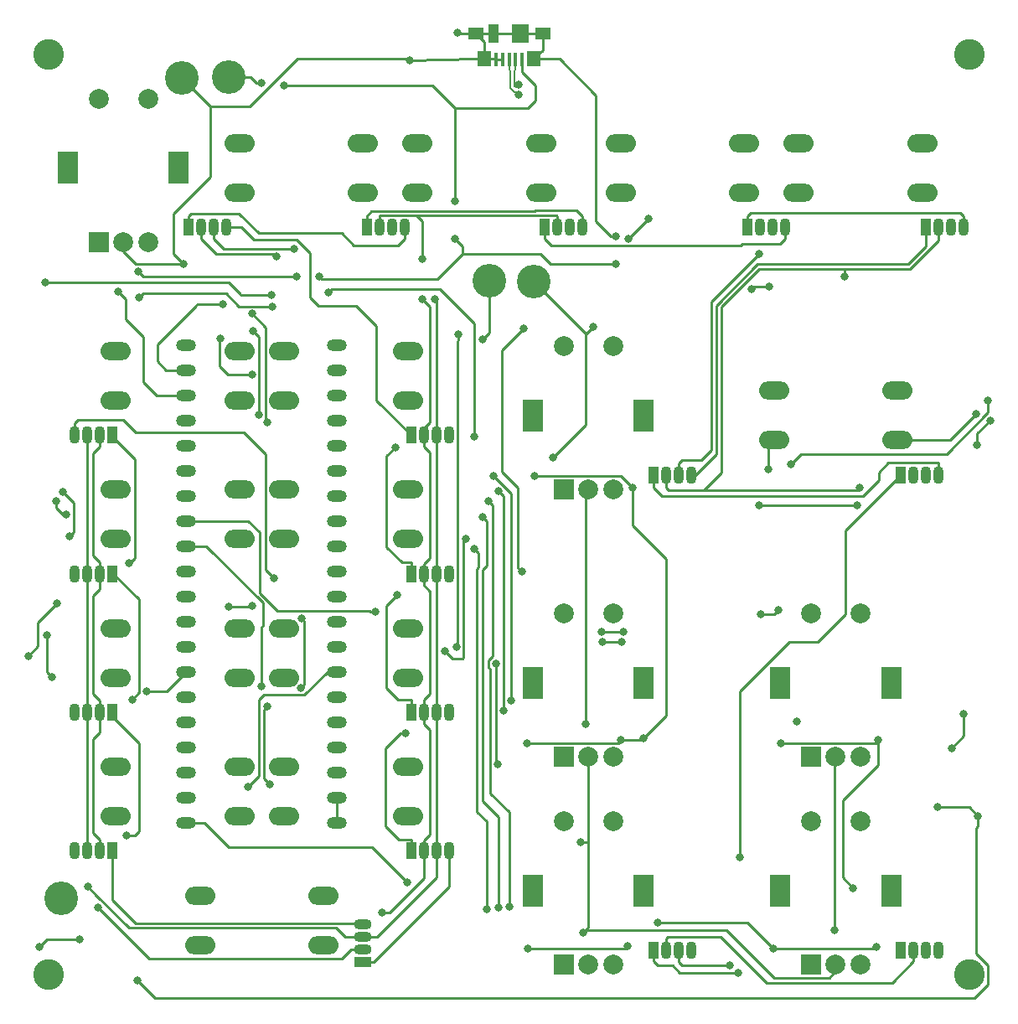
<source format=gbr>
G04 #@! TF.GenerationSoftware,KiCad,Pcbnew,(5.1.6)-1*
G04 #@! TF.CreationDate,2021-01-19T20:21:15+00:00*
G04 #@! TF.ProjectId,scope_user_interface,73636f70-655f-4757-9365-725f696e7465,rev?*
G04 #@! TF.SameCoordinates,Original*
G04 #@! TF.FileFunction,Copper,L1,Top*
G04 #@! TF.FilePolarity,Positive*
%FSLAX46Y46*%
G04 Gerber Fmt 4.6, Leading zero omitted, Abs format (unit mm)*
G04 Created by KiCad (PCBNEW (5.1.6)-1) date 2021-01-19 20:21:15*
%MOMM*%
%LPD*%
G01*
G04 APERTURE LIST*
G04 #@! TA.AperFunction,ComponentPad*
%ADD10C,3.400000*%
G04 #@! TD*
G04 #@! TA.AperFunction,SMDPad,CuDef*
%ADD11R,1.000000X1.900000*%
G04 #@! TD*
G04 #@! TA.AperFunction,SMDPad,CuDef*
%ADD12R,1.800000X1.900000*%
G04 #@! TD*
G04 #@! TA.AperFunction,SMDPad,CuDef*
%ADD13R,1.650000X1.300000*%
G04 #@! TD*
G04 #@! TA.AperFunction,SMDPad,CuDef*
%ADD14R,1.425000X1.550000*%
G04 #@! TD*
G04 #@! TA.AperFunction,SMDPad,CuDef*
%ADD15R,0.450000X1.380000*%
G04 #@! TD*
G04 #@! TA.AperFunction,ComponentPad*
%ADD16O,2.000000X1.200000*%
G04 #@! TD*
G04 #@! TA.AperFunction,ComponentPad*
%ADD17R,2.000000X2.000000*%
G04 #@! TD*
G04 #@! TA.AperFunction,ComponentPad*
%ADD18C,2.000000*%
G04 #@! TD*
G04 #@! TA.AperFunction,ComponentPad*
%ADD19R,2.000000X3.200000*%
G04 #@! TD*
G04 #@! TA.AperFunction,ComponentPad*
%ADD20O,3.048000X1.850000*%
G04 #@! TD*
G04 #@! TA.AperFunction,ComponentPad*
%ADD21O,1.070000X1.800000*%
G04 #@! TD*
G04 #@! TA.AperFunction,ComponentPad*
%ADD22R,1.070000X1.800000*%
G04 #@! TD*
G04 #@! TA.AperFunction,ComponentPad*
%ADD23O,1.800000X1.070000*%
G04 #@! TD*
G04 #@! TA.AperFunction,ComponentPad*
%ADD24R,1.800000X1.070000*%
G04 #@! TD*
G04 #@! TA.AperFunction,ViaPad*
%ADD25C,3.100000*%
G04 #@! TD*
G04 #@! TA.AperFunction,ViaPad*
%ADD26C,0.800000*%
G04 #@! TD*
G04 #@! TA.AperFunction,Conductor*
%ADD27C,0.250000*%
G04 #@! TD*
G04 #@! TA.AperFunction,Conductor*
%ADD28C,0.200000*%
G04 #@! TD*
G04 APERTURE END LIST*
D10*
X148000000Y-76400000D03*
D11*
X148450000Y-51400000D03*
D12*
X151150000Y-51400000D03*
D13*
X146625000Y-51400000D03*
X153375000Y-51400000D03*
D14*
X147512500Y-53975000D03*
X152487500Y-53975000D03*
D15*
X148700000Y-54060000D03*
X149350000Y-54060000D03*
X150000000Y-54060000D03*
X150650000Y-54060000D03*
X151300000Y-54060000D03*
D10*
X116900000Y-55900000D03*
X152500000Y-76500000D03*
X121700000Y-55800000D03*
X104700000Y-138800000D03*
D16*
X117380000Y-82870000D03*
X132620000Y-82870000D03*
X117380000Y-85410000D03*
X132620000Y-85410000D03*
X117380000Y-87950000D03*
X132620000Y-87950000D03*
X117380000Y-90490000D03*
X132620000Y-90490000D03*
X117380000Y-93030000D03*
X132620000Y-93030000D03*
X117380000Y-95570000D03*
X132620000Y-95570000D03*
X117380000Y-98110000D03*
X132620000Y-98110000D03*
X117380000Y-100650000D03*
X132620000Y-100650000D03*
X117380000Y-103190000D03*
X132620000Y-103190000D03*
X117380000Y-105730000D03*
X132620000Y-105730000D03*
X117380000Y-108270000D03*
X132620000Y-108270000D03*
X117380000Y-110810000D03*
X132620000Y-110810000D03*
X117380000Y-113350000D03*
X132620000Y-113350000D03*
X117380000Y-115890000D03*
X132620000Y-115890000D03*
X117380000Y-118430000D03*
X132620000Y-118430000D03*
X117380000Y-120970000D03*
X132620000Y-120970000D03*
X117380000Y-123510000D03*
X132620000Y-123510000D03*
X117380000Y-126050000D03*
X132620000Y-126050000D03*
X117380000Y-128590000D03*
X132620000Y-128590000D03*
X117380000Y-131130000D03*
X132620000Y-131130000D03*
D17*
X108500000Y-72500000D03*
D18*
X111000000Y-72500000D03*
X113500000Y-72500000D03*
D19*
X105400000Y-65000000D03*
X116600000Y-65000000D03*
D18*
X108500000Y-58000000D03*
X113500000Y-58000000D03*
D20*
X110250000Y-88500000D03*
X110250000Y-83500000D03*
X122750000Y-88500000D03*
X122750000Y-83500000D03*
X122750000Y-97500000D03*
X122750000Y-102500000D03*
X110250000Y-97500000D03*
X110250000Y-102500000D03*
D21*
X168410000Y-144000000D03*
X167140000Y-144000000D03*
X165870000Y-144000000D03*
D22*
X164600000Y-144000000D03*
D21*
X195910000Y-71000000D03*
X194640000Y-71000000D03*
X193370000Y-71000000D03*
D22*
X192100000Y-71000000D03*
D21*
X168410000Y-96000000D03*
X167140000Y-96000000D03*
X165870000Y-96000000D03*
D22*
X164600000Y-96000000D03*
D21*
X193410000Y-144000000D03*
X192140000Y-144000000D03*
X190870000Y-144000000D03*
D22*
X189600000Y-144000000D03*
D21*
X177910000Y-71000000D03*
X176640000Y-71000000D03*
X175370000Y-71000000D03*
D22*
X174100000Y-71000000D03*
D21*
X121410000Y-71000000D03*
X120140000Y-71000000D03*
X118870000Y-71000000D03*
D22*
X117600000Y-71000000D03*
D21*
X139410000Y-71000000D03*
X138140000Y-71000000D03*
X136870000Y-71000000D03*
D22*
X135600000Y-71000000D03*
D21*
X143910000Y-92000000D03*
X142640000Y-92000000D03*
X141370000Y-92000000D03*
D22*
X140100000Y-92000000D03*
D21*
X143910000Y-106000000D03*
X142640000Y-106000000D03*
X141370000Y-106000000D03*
D22*
X140100000Y-106000000D03*
D21*
X157410000Y-71000000D03*
X156140000Y-71000000D03*
X154870000Y-71000000D03*
D22*
X153600000Y-71000000D03*
D21*
X193410000Y-96000000D03*
X192140000Y-96000000D03*
X190870000Y-96000000D03*
D22*
X189600000Y-96000000D03*
D21*
X143910000Y-120000000D03*
X142640000Y-120000000D03*
X141370000Y-120000000D03*
D22*
X140100000Y-120000000D03*
D21*
X143910000Y-134000000D03*
X142640000Y-134000000D03*
X141370000Y-134000000D03*
D22*
X140100000Y-134000000D03*
D23*
X135200000Y-141390000D03*
X135200000Y-142660000D03*
X135200000Y-143930000D03*
D24*
X135200000Y-145200000D03*
D21*
X106090000Y-134000000D03*
X107360000Y-134000000D03*
X108630000Y-134000000D03*
D22*
X109900000Y-134000000D03*
D21*
X106090000Y-120000000D03*
X107360000Y-120000000D03*
X108630000Y-120000000D03*
D22*
X109900000Y-120000000D03*
D21*
X106090000Y-106000000D03*
X107360000Y-106000000D03*
X108630000Y-106000000D03*
D22*
X109900000Y-106000000D03*
D21*
X106090000Y-92000000D03*
X107360000Y-92000000D03*
X108630000Y-92000000D03*
D22*
X109900000Y-92000000D03*
D20*
X127250000Y-88500000D03*
X127250000Y-83500000D03*
X139750000Y-88500000D03*
X139750000Y-83500000D03*
D17*
X155500000Y-97500000D03*
D18*
X158000000Y-97500000D03*
X160500000Y-97500000D03*
D19*
X152400000Y-90000000D03*
X163600000Y-90000000D03*
D18*
X155500000Y-83000000D03*
X160500000Y-83000000D03*
D17*
X180500000Y-145500000D03*
D18*
X183000000Y-145500000D03*
X185500000Y-145500000D03*
D19*
X177400000Y-138000000D03*
X188600000Y-138000000D03*
D18*
X180500000Y-131000000D03*
X185500000Y-131000000D03*
D20*
X179250000Y-67500000D03*
X179250000Y-62500000D03*
X191750000Y-67500000D03*
X191750000Y-62500000D03*
X139750000Y-125500000D03*
X139750000Y-130500000D03*
X127250000Y-125500000D03*
X127250000Y-130500000D03*
X122750000Y-125500000D03*
X122750000Y-130500000D03*
X110250000Y-125500000D03*
X110250000Y-130500000D03*
X131250000Y-138500000D03*
X131250000Y-143500000D03*
X118750000Y-138500000D03*
X118750000Y-143500000D03*
X110250000Y-116500000D03*
X110250000Y-111500000D03*
X122750000Y-116500000D03*
X122750000Y-111500000D03*
X161250000Y-67500000D03*
X161250000Y-62500000D03*
X173750000Y-67500000D03*
X173750000Y-62500000D03*
X140750000Y-67500000D03*
X140750000Y-62500000D03*
X153250000Y-67500000D03*
X153250000Y-62500000D03*
D17*
X155500000Y-124500000D03*
D18*
X158000000Y-124500000D03*
X160500000Y-124500000D03*
D19*
X152400000Y-117000000D03*
X163600000Y-117000000D03*
D18*
X155500000Y-110000000D03*
X160500000Y-110000000D03*
D20*
X122750000Y-67500000D03*
X122750000Y-62500000D03*
X135250000Y-67500000D03*
X135250000Y-62500000D03*
D17*
X180500000Y-124500000D03*
D18*
X183000000Y-124500000D03*
X185500000Y-124500000D03*
D19*
X177400000Y-117000000D03*
X188600000Y-117000000D03*
D18*
X180500000Y-110000000D03*
X185500000Y-110000000D03*
D20*
X139750000Y-97500000D03*
X139750000Y-102500000D03*
X127250000Y-97500000D03*
X127250000Y-102500000D03*
D17*
X155500000Y-145500000D03*
D18*
X158000000Y-145500000D03*
X160500000Y-145500000D03*
D19*
X152400000Y-138000000D03*
X163600000Y-138000000D03*
D18*
X155500000Y-131000000D03*
X160500000Y-131000000D03*
D20*
X176750000Y-92500000D03*
X176750000Y-87500000D03*
X189250000Y-92500000D03*
X189250000Y-87500000D03*
X127250000Y-116500000D03*
X127250000Y-111500000D03*
X139750000Y-116500000D03*
X139750000Y-111500000D03*
D25*
X103500000Y-53500000D03*
X196500000Y-146500000D03*
X103500000Y-146500000D03*
X196500000Y-53500000D03*
D26*
X157480000Y-142240000D03*
X154432000Y-94234000D03*
X117094000Y-74676000D03*
X158496000Y-81026000D03*
X157226000Y-133096000D03*
X144780000Y-51308000D03*
X157734000Y-121158000D03*
X121100000Y-78800000D03*
X179070000Y-120904000D03*
X160782000Y-71882000D03*
X139954000Y-54102000D03*
X182880000Y-141986000D03*
X148924680Y-97675320D03*
X149425010Y-119800000D03*
X147300000Y-100300000D03*
X148900000Y-139700000D03*
X139700000Y-137160000D03*
X150200000Y-118800000D03*
X148395198Y-96120518D03*
X147900000Y-98700000D03*
X150000000Y-139600000D03*
X146500000Y-103500000D03*
X147700000Y-139900000D03*
X129032000Y-110490000D03*
X124100623Y-81474990D03*
X128975322Y-117528118D03*
X124675980Y-89900000D03*
X125600000Y-90700000D03*
X124000000Y-79725010D03*
X113400000Y-117900000D03*
X125600000Y-119400000D03*
X104900000Y-97700000D03*
X105600000Y-102200000D03*
X125800000Y-127300000D03*
X125000000Y-117400000D03*
X161500000Y-111900000D03*
X178500000Y-94900000D03*
X177200000Y-109700000D03*
X136500000Y-109800000D03*
X159300000Y-111900000D03*
X198400000Y-88500000D03*
X175400000Y-110100000D03*
X121700000Y-109300000D03*
X145600000Y-102500000D03*
X124000000Y-109200000D03*
X164084000Y-70104000D03*
X151500000Y-81200000D03*
X162052000Y-72136000D03*
X151300000Y-105800000D03*
X143500000Y-113800000D03*
X148850000Y-125250000D03*
X148700000Y-115100000D03*
X144900002Y-81800002D03*
X123600000Y-127500000D03*
X144674990Y-113410133D03*
X193300000Y-129600000D03*
X106600000Y-142900000D03*
X102500000Y-143700000D03*
X101400000Y-114300000D03*
X104300000Y-109000000D03*
X112400000Y-147100000D03*
X197374990Y-130500000D03*
X198612660Y-90512660D03*
X197300000Y-93000000D03*
X110490000Y-77470000D03*
X130810000Y-75946000D03*
X112522000Y-75438000D03*
X160782000Y-74676000D03*
X144526000Y-72136000D03*
X128524000Y-75946000D03*
X144526000Y-68326000D03*
X127254000Y-56642000D03*
X176276000Y-76962000D03*
X124968000Y-56388000D03*
X174498000Y-77216000D03*
X126000000Y-77800000D03*
X104200000Y-98700000D03*
X146500000Y-92100000D03*
X195900000Y-120200000D03*
X194700000Y-123600000D03*
X105200000Y-100000000D03*
X103100000Y-76600000D03*
X131700000Y-77600000D03*
X177500000Y-123100000D03*
X161300000Y-122800000D03*
X165013674Y-141260990D03*
X147300000Y-82300000D03*
X162000000Y-143600000D03*
X162500000Y-97300000D03*
X187300000Y-122800000D03*
X163600000Y-122600000D03*
X151800000Y-123100000D03*
X176700000Y-143900000D03*
X184737500Y-137737500D03*
X120800000Y-82200000D03*
X152600000Y-96100000D03*
X151900000Y-143900000D03*
X187100000Y-143700000D03*
X124000000Y-85900000D03*
X126100000Y-79000000D03*
X112600000Y-78100000D03*
X103789684Y-116425010D03*
X103300000Y-112200000D03*
X176200000Y-95400000D03*
X159410432Y-112893896D03*
X197213968Y-89860712D03*
X161389568Y-112893896D03*
X126238000Y-106426000D03*
X111600000Y-104900000D03*
X111900000Y-118700000D03*
X111300000Y-132400000D03*
X139500000Y-122100000D03*
X138700000Y-108100000D03*
X138500000Y-93200000D03*
X173300000Y-134600000D03*
X173108169Y-146325010D03*
X151000000Y-57625000D03*
X151000000Y-56575000D03*
X172300000Y-145600000D03*
X107400000Y-137600000D03*
X175260000Y-73660000D03*
X142494000Y-78232000D03*
X185166000Y-99060000D03*
X175260000Y-99060000D03*
X128270000Y-73152000D03*
X141224000Y-74168000D03*
X185420000Y-97282000D03*
X141224000Y-78232000D03*
X183896000Y-75946000D03*
X126492000Y-73914000D03*
X137160000Y-140208000D03*
X108458000Y-139700000D03*
D27*
X116078000Y-69596000D02*
X116078000Y-73660000D01*
X139954000Y-54102000D02*
X146550000Y-53975000D01*
X158000000Y-141720000D02*
X158000000Y-133084000D01*
X160274000Y-71882000D02*
X160782000Y-71882000D01*
X157226000Y-133096000D02*
X157988000Y-133096000D01*
X144872000Y-51400000D02*
X144780000Y-51308000D01*
X157988000Y-133096000D02*
X158000000Y-133084000D01*
X155067000Y-53975000D02*
X158750000Y-57658000D01*
X152487500Y-53975000D02*
X155067000Y-53975000D01*
X139827000Y-53975000D02*
X139954000Y-54102000D01*
X158000000Y-133084000D02*
X158000000Y-124500000D01*
X116078000Y-73660000D02*
X117094000Y-74676000D01*
X158750000Y-70358000D02*
X160274000Y-71882000D01*
X146625000Y-51400000D02*
X144872000Y-51400000D01*
X158750000Y-57658000D02*
X158750000Y-70358000D01*
X132620000Y-131130000D02*
X132620000Y-128590000D01*
X128625000Y-53975000D02*
X139827000Y-53975000D01*
X157734000Y-90932000D02*
X157734000Y-81734000D01*
X119800000Y-65874000D02*
X116078000Y-69596000D01*
X116900000Y-55900000D02*
X119800000Y-58800000D01*
X112268000Y-74676000D02*
X111000000Y-73408000D01*
X158496000Y-81026000D02*
X157788000Y-81734000D01*
X183000000Y-145500000D02*
X183000000Y-146184000D01*
X157734000Y-97766000D02*
X158000000Y-97500000D01*
X178308000Y-146812000D02*
X176784000Y-146812000D01*
X182880000Y-124620000D02*
X183000000Y-124500000D01*
X183000000Y-146184000D02*
X182358999Y-146825001D01*
X157788000Y-81734000D02*
X157734000Y-81734000D01*
X182358999Y-146825001D02*
X178321001Y-146825001D01*
X119800000Y-58800000D02*
X119800000Y-65874000D01*
X119800000Y-58800000D02*
X123800000Y-58800000D01*
X146550000Y-53975000D02*
X147512500Y-53975000D01*
X117094000Y-74676000D02*
X112268000Y-74676000D01*
X182880000Y-141986000D02*
X182880000Y-124620000D01*
X153375000Y-53087500D02*
X152487500Y-53975000D01*
X147512500Y-52287500D02*
X146625000Y-51400000D01*
X151150000Y-51400000D02*
X153375000Y-51400000D01*
X171958000Y-141986000D02*
X157734000Y-141986000D01*
X123800000Y-58800000D02*
X128625000Y-53975000D01*
X157734000Y-81734000D02*
X152500000Y-76500000D01*
X157734000Y-141986000D02*
X157480000Y-142240000D01*
X153375000Y-51400000D02*
X153375000Y-53087500D01*
X176784000Y-146812000D02*
X171958000Y-141986000D01*
X178321001Y-146825001D02*
X178308000Y-146812000D01*
X157480000Y-142240000D02*
X158000000Y-141720000D01*
X147512500Y-53975000D02*
X147512500Y-52287500D01*
X154432000Y-94234000D02*
X157734000Y-90932000D01*
X111000000Y-73408000D02*
X111000000Y-72500000D01*
X157734000Y-121158000D02*
X157734000Y-97766000D01*
X148450000Y-51400000D02*
X151150000Y-51400000D01*
X146625000Y-51400000D02*
X148450000Y-51400000D01*
X147512500Y-53975000D02*
X148615000Y-53975000D01*
X148615000Y-53975000D02*
X148700000Y-54060000D01*
X149350000Y-54060000D02*
X148700000Y-54060000D01*
X115280000Y-85410000D02*
X114430000Y-84560000D01*
X117380000Y-85410000D02*
X115280000Y-85410000D01*
X114430000Y-84560000D02*
X114430000Y-82835685D01*
X114430000Y-82835685D02*
X118332842Y-78932842D01*
X121100000Y-78800000D02*
X118465684Y-78800000D01*
X118465684Y-78800000D02*
X118332842Y-78932842D01*
X149425010Y-98175650D02*
X149425010Y-119800000D01*
X148924680Y-97675320D02*
X149425010Y-98175650D01*
X147699999Y-100699999D02*
X147300000Y-100300000D01*
X147300000Y-105577824D02*
X147699999Y-105177825D01*
X148900000Y-139700000D02*
X148900000Y-130600000D01*
X147699999Y-105177825D02*
X147699999Y-100699999D01*
X147300000Y-129000000D02*
X147300000Y-105577824D01*
X148900000Y-130600000D02*
X147300000Y-129000000D01*
X117380000Y-131130000D02*
X119192000Y-131130000D01*
X119192000Y-131130000D02*
X121666000Y-133604000D01*
X121666000Y-133604000D02*
X136144000Y-133604000D01*
X136144000Y-133604000D02*
X139700000Y-137160000D01*
X150200000Y-118800000D02*
X150200000Y-97925320D01*
X150200000Y-97925320D02*
X148395198Y-96120518D01*
X148100000Y-115673002D02*
X147874999Y-115448001D01*
X147874999Y-115448001D02*
X147874999Y-114751999D01*
X148100000Y-128200000D02*
X148100000Y-115673002D01*
X150000000Y-130100000D02*
X148100000Y-128200000D01*
X148299999Y-99099999D02*
X147900000Y-98700000D01*
X148299999Y-114326999D02*
X148299999Y-99099999D01*
X150000000Y-139600000D02*
X150000000Y-130100000D01*
X147874999Y-114751999D02*
X148299999Y-114326999D01*
X146899999Y-103899999D02*
X146500000Y-103500000D01*
X146899999Y-105341414D02*
X146899999Y-103899999D01*
X146750011Y-130050011D02*
X146750011Y-115450011D01*
X147700000Y-139900000D02*
X147700000Y-131000000D01*
X146750011Y-115450011D02*
X146700000Y-115400000D01*
X146750011Y-115450011D02*
X146750011Y-105491402D01*
X146750011Y-105491402D02*
X146899999Y-105341414D01*
X147700000Y-131000000D02*
X146750011Y-130050011D01*
X124675980Y-89900000D02*
X124675980Y-86297022D01*
X128975322Y-117528118D02*
X129286000Y-117217440D01*
X124725001Y-82099368D02*
X124500622Y-81874989D01*
X124675980Y-86297022D02*
X124725001Y-86248001D01*
X129286000Y-110744000D02*
X129032000Y-110490000D01*
X124725001Y-86248001D02*
X124725001Y-82099368D01*
X129286000Y-117217440D02*
X129286000Y-110744000D01*
X124500622Y-81874989D02*
X124100623Y-81474990D01*
X125400990Y-90500990D02*
X125400990Y-81126000D01*
X125600000Y-90700000D02*
X125400990Y-90500990D01*
X125400990Y-81126000D02*
X124000000Y-79725010D01*
X113400000Y-117900000D02*
X115370000Y-117900000D01*
X115370000Y-117900000D02*
X117380000Y-115890000D01*
X125200000Y-119800000D02*
X125600000Y-119400000D01*
X125000000Y-111383219D02*
X125100000Y-111283219D01*
X125000000Y-117400000D02*
X125000000Y-111383219D01*
X125800000Y-127300000D02*
X125200000Y-126700000D01*
X119390000Y-103190000D02*
X117380000Y-103190000D01*
X125100000Y-111283219D02*
X125100000Y-108900000D01*
X125200000Y-126700000D02*
X125200000Y-119800000D01*
X125100000Y-108900000D02*
X119390000Y-103190000D01*
X105999999Y-101800001D02*
X105999999Y-98799999D01*
X105999999Y-98799999D02*
X104900000Y-97700000D01*
X105600000Y-102200000D02*
X105999999Y-101800001D01*
X126601409Y-109764999D02*
X135899314Y-109764999D01*
X117380000Y-100650000D02*
X123650000Y-100650000D01*
X135934315Y-109800000D02*
X136500000Y-109800000D01*
X124800000Y-107963590D02*
X126601409Y-109764999D01*
X123650000Y-100650000D02*
X124800000Y-101800000D01*
X135899314Y-109764999D02*
X135934315Y-109800000D01*
X124800000Y-101800000D02*
X124800000Y-107963590D01*
X175400000Y-110100000D02*
X176800000Y-110100000D01*
X159300000Y-111900000D02*
X161500000Y-111900000D01*
X178500000Y-94900000D02*
X179500000Y-93900000D01*
X194200000Y-93900000D02*
X198400000Y-89700000D01*
X176800000Y-110100000D02*
X177200000Y-109700000D01*
X179500000Y-93900000D02*
X194200000Y-93900000D01*
X198400000Y-89700000D02*
X198400000Y-88500000D01*
X145400000Y-102700000D02*
X145400000Y-114500000D01*
X151300000Y-105800000D02*
X150900000Y-105400000D01*
X149300000Y-83400000D02*
X151500000Y-81200000D01*
X144300000Y-114600000D02*
X143500000Y-113800000D01*
X145400000Y-114500000D02*
X145300000Y-114600000D01*
X162052000Y-72136000D02*
X164084000Y-70104000D01*
X145600000Y-102500000D02*
X145400000Y-102700000D01*
X123900000Y-109300000D02*
X124000000Y-109200000D01*
X150900000Y-97300000D02*
X149300000Y-95700000D01*
X145300000Y-114600000D02*
X144300000Y-114600000D01*
X150900000Y-105400000D02*
X150900000Y-97300000D01*
X149300000Y-95700000D02*
X149300000Y-83400000D01*
X121700000Y-109300000D02*
X123900000Y-109300000D01*
X129323323Y-118253119D02*
X128627321Y-118253119D01*
X124700000Y-126400000D02*
X123600000Y-127500000D01*
X132620000Y-115890000D02*
X131686442Y-115890000D01*
X128574202Y-118200000D02*
X125200000Y-118200000D01*
X128627321Y-118253119D02*
X128574202Y-118200000D01*
X124700000Y-118700000D02*
X124700000Y-126400000D01*
X144785988Y-82479701D02*
X144785988Y-113299135D01*
X144900002Y-81800002D02*
X144900002Y-82365687D01*
X125200000Y-118200000D02*
X124700000Y-118700000D01*
X148700000Y-115100000D02*
X148700000Y-125100000D01*
X144900002Y-82365687D02*
X144785988Y-82479701D01*
X144785988Y-113299135D02*
X144674990Y-113410133D01*
X148700000Y-125100000D02*
X148850000Y-125250000D01*
X131686442Y-115890000D02*
X129323323Y-118253119D01*
X198400000Y-147500000D02*
X197524999Y-148375001D01*
X193300000Y-129600000D02*
X196474990Y-129600000D01*
X102500000Y-143700000D02*
X103300000Y-142900000D01*
X102400000Y-110900000D02*
X102400000Y-113300000D01*
X104300000Y-109000000D02*
X102400000Y-110900000D01*
X102400000Y-113300000D02*
X101400000Y-114300000D01*
X197000000Y-148900000D02*
X114200000Y-148900000D01*
X114200000Y-148900000D02*
X112400000Y-147100000D01*
X103300000Y-142900000D02*
X106600000Y-142900000D01*
X197524999Y-148375001D02*
X197000000Y-148900000D01*
X197300000Y-91825320D02*
X198612660Y-90512660D01*
X197374990Y-131474990D02*
X197200000Y-131649980D01*
X197200000Y-131649980D02*
X197200000Y-144400000D01*
X197374990Y-130500000D02*
X197374990Y-131474990D01*
X197300000Y-93000000D02*
X197300000Y-91825320D01*
X196474990Y-129600000D02*
X197374990Y-130500000D01*
X198400000Y-145600000D02*
X198400000Y-147500000D01*
X197200000Y-144400000D02*
X198400000Y-145600000D01*
X145288000Y-73660000D02*
X142748000Y-76200000D01*
X160782000Y-74676000D02*
X158496000Y-74676000D01*
X142240000Y-56642000D02*
X144526000Y-58928000D01*
X111252000Y-80264000D02*
X113030000Y-82042000D01*
X111252000Y-78232000D02*
X111252000Y-80264000D01*
X113030000Y-82042000D02*
X113030000Y-86614000D01*
X174752000Y-76962000D02*
X174498000Y-77216000D01*
X176276000Y-76962000D02*
X174752000Y-76962000D01*
X110490000Y-77470000D02*
X111252000Y-78232000D01*
X145288000Y-73660000D02*
X145288000Y-72898000D01*
X144526000Y-68072000D02*
X144526000Y-68326000D01*
X144526000Y-58928000D02*
X144526000Y-68072000D01*
X152654000Y-56642000D02*
X151300000Y-55288000D01*
X113030000Y-86614000D02*
X114366000Y-87950000D01*
X131064000Y-76200000D02*
X130810000Y-75946000D01*
X152654000Y-58166000D02*
X152654000Y-56642000D01*
X142748000Y-76200000D02*
X131064000Y-76200000D01*
X127254000Y-56642000D02*
X142240000Y-56642000D01*
X123872000Y-55800000D02*
X124460000Y-56388000D01*
X158496000Y-74676000D02*
X154178000Y-74676000D01*
X128524000Y-75946000D02*
X113284000Y-75946000D01*
X153162000Y-73660000D02*
X145288000Y-73660000D01*
X151300000Y-55288000D02*
X151300000Y-54060000D01*
X124460000Y-56388000D02*
X124968000Y-56388000D01*
X144526000Y-58928000D02*
X151892000Y-58928000D01*
X121700000Y-55800000D02*
X123872000Y-55800000D01*
X121700000Y-55800000D02*
X123016000Y-55800000D01*
X114366000Y-87950000D02*
X117380000Y-87950000D01*
X113030000Y-75946000D02*
X112522000Y-75438000D01*
X113284000Y-75946000D02*
X113030000Y-75946000D01*
X154178000Y-74676000D02*
X153162000Y-73660000D01*
X151892000Y-58928000D02*
X152654000Y-58166000D01*
X145288000Y-72898000D02*
X144526000Y-72136000D01*
X195900000Y-120200000D02*
X195900000Y-122400000D01*
X122873004Y-77800000D02*
X122873004Y-77773004D01*
X103100000Y-76600000D02*
X118392695Y-76600000D01*
X132099999Y-77200001D02*
X131700000Y-77600000D01*
X104900000Y-100000000D02*
X105200000Y-100000000D01*
X104200000Y-99300000D02*
X104900000Y-100000000D01*
X146500000Y-80700000D02*
X143000001Y-77200001D01*
X146500000Y-92100000D02*
X146500000Y-80700000D01*
X143000001Y-77200001D02*
X132099999Y-77200001D01*
X122873004Y-77773004D02*
X121700000Y-76600000D01*
X121700000Y-76600000D02*
X118392695Y-76600000D01*
X126000000Y-77800000D02*
X122873004Y-77800000D01*
X195900000Y-122400000D02*
X194700000Y-123600000D01*
X104200000Y-98700000D02*
X104200000Y-99300000D01*
X169327399Y-141260990D02*
X165013674Y-141260990D01*
X147300000Y-82300000D02*
X148000000Y-81600000D01*
X176700000Y-143900000D02*
X174060990Y-141260990D01*
X177500000Y-123100000D02*
X187000000Y-123100000D01*
X161000000Y-123100000D02*
X161300000Y-122800000D01*
X120700000Y-85000000D02*
X120700000Y-82300000D01*
X183700000Y-136700000D02*
X184737500Y-137737500D01*
X164900000Y-121300000D02*
X165900000Y-120300000D01*
X187300000Y-122800000D02*
X187300000Y-125300000D01*
X183700000Y-128900000D02*
X183700000Y-136700000D01*
X163400000Y-122800000D02*
X163600000Y-122600000D01*
X187300000Y-125300000D02*
X183700000Y-128900000D01*
X165900000Y-104500000D02*
X162500000Y-101100000D01*
X152600000Y-96100000D02*
X161300000Y-96100000D01*
X174060990Y-141260990D02*
X169327399Y-141260990D01*
X151800000Y-123100000D02*
X161000000Y-123100000D01*
X120700000Y-82300000D02*
X120800000Y-82200000D01*
X148000000Y-81600000D02*
X148000000Y-76400000D01*
X124000000Y-85900000D02*
X121600000Y-85900000D01*
X161300000Y-96100000D02*
X162500000Y-97300000D01*
X162500000Y-101100000D02*
X162500000Y-97300000D01*
X121600000Y-85900000D02*
X120700000Y-85000000D01*
X165900000Y-120300000D02*
X165900000Y-104500000D01*
X161300000Y-122800000D02*
X163400000Y-122800000D01*
X163600000Y-122600000D02*
X164900000Y-121300000D01*
X187000000Y-123100000D02*
X187300000Y-122800000D01*
X151900000Y-143900000D02*
X161700000Y-143900000D01*
X161700000Y-143900000D02*
X162000000Y-143600000D01*
X186900000Y-143900000D02*
X187100000Y-143700000D01*
X176700000Y-143900000D02*
X186900000Y-143900000D01*
X113000000Y-77700000D02*
X112600000Y-78100000D01*
X126100000Y-79000000D02*
X122700000Y-79000000D01*
X122700000Y-79000000D02*
X121400000Y-77700000D01*
X121400000Y-77700000D02*
X113000000Y-77700000D01*
X103300000Y-112200000D02*
X103300000Y-115935326D01*
X103300000Y-115935326D02*
X103789684Y-116425010D01*
X159410432Y-112893896D02*
X161389568Y-112893896D01*
X194574680Y-92500000D02*
X197213968Y-89860712D01*
X176200000Y-95400000D02*
X176200000Y-93050000D01*
X176200000Y-93050000D02*
X176750000Y-92500000D01*
X189250000Y-92500000D02*
X194574680Y-92500000D01*
X110998000Y-90424000D02*
X112268000Y-91694000D01*
X125400990Y-93904990D02*
X125400990Y-105588990D01*
X106090000Y-90760000D02*
X106426000Y-90424000D01*
X126238000Y-106426000D02*
X125400990Y-105588990D01*
X106090000Y-92000000D02*
X106090000Y-90760000D01*
X112268000Y-91694000D02*
X123190000Y-91694000D01*
X106426000Y-90424000D02*
X110998000Y-90424000D01*
X123190000Y-91694000D02*
X125400990Y-93904990D01*
X109900000Y-92100000D02*
X112200000Y-94400000D01*
X111700000Y-104900000D02*
X111600000Y-104900000D01*
X109900000Y-92000000D02*
X109900000Y-92100000D01*
X112200000Y-104400000D02*
X111700000Y-104900000D01*
X112200000Y-94400000D02*
X112200000Y-104400000D01*
X110000000Y-106000000D02*
X112600000Y-108600000D01*
X109900000Y-106000000D02*
X110000000Y-106000000D01*
X112600000Y-108600000D02*
X112600000Y-118000000D01*
X112600000Y-118000000D02*
X111900000Y-118700000D01*
X109900000Y-120000000D02*
X109900000Y-120400000D01*
X112600000Y-123100000D02*
X112600000Y-132000000D01*
X112600000Y-132000000D02*
X112200000Y-132400000D01*
X109900000Y-120400000D02*
X112600000Y-123100000D01*
X112200000Y-132400000D02*
X111300000Y-132400000D01*
X109900000Y-134000000D02*
X109900000Y-138950000D01*
X109900000Y-138950000D02*
X112249978Y-141299978D01*
X135109978Y-141299978D02*
X112249978Y-141299978D01*
X135200000Y-141390000D02*
X135109978Y-141299978D01*
X143910000Y-134000000D02*
X143910000Y-137640000D01*
X143910000Y-137640000D02*
X136350000Y-145200000D01*
X136350000Y-145200000D02*
X135200000Y-145200000D01*
X138850000Y-132850000D02*
X137500000Y-131500000D01*
X137500000Y-131500000D02*
X137500000Y-123600000D01*
X140100000Y-132850000D02*
X138850000Y-132850000D01*
X137500000Y-123600000D02*
X139000000Y-122100000D01*
X139000000Y-122100000D02*
X139500000Y-122100000D01*
X140100000Y-132850000D02*
X140100000Y-134000000D01*
X137600000Y-109200000D02*
X138700000Y-108100000D01*
X140100000Y-118700000D02*
X138800000Y-118700000D01*
X137600000Y-117500000D02*
X137600000Y-109200000D01*
X140100000Y-118700000D02*
X140100000Y-120000000D01*
X138800000Y-118700000D02*
X137600000Y-117500000D01*
X139150000Y-104850000D02*
X137600000Y-103300000D01*
X140100000Y-104850000D02*
X139150000Y-104850000D01*
X140100000Y-104850000D02*
X140100000Y-106000000D01*
X137600000Y-94100000D02*
X138500000Y-93200000D01*
X137600000Y-103300000D02*
X137600000Y-94100000D01*
X128526851Y-72226851D02*
X129900000Y-73600000D01*
X130700000Y-78900000D02*
X134500000Y-78900000D01*
X136600000Y-81000000D02*
X136600000Y-88500000D01*
X129900000Y-78100000D02*
X130700000Y-78900000D01*
X122946298Y-71000000D02*
X124173149Y-72226851D01*
X124173149Y-72226851D02*
X128526851Y-72226851D01*
X134500000Y-78900000D02*
X136600000Y-81000000D01*
X136600000Y-88500000D02*
X140100000Y-92000000D01*
X121410000Y-71000000D02*
X122946298Y-71000000D01*
X129900000Y-73600000D02*
X129900000Y-78100000D01*
X134300000Y-72800000D02*
X138760000Y-72800000D01*
X124700000Y-71600000D02*
X133100000Y-71600000D01*
X133100000Y-71600000D02*
X134300000Y-72800000D01*
X117600000Y-69850000D02*
X117850000Y-69600000D01*
X138760000Y-72800000D02*
X139410000Y-72150000D01*
X117600000Y-71000000D02*
X117600000Y-69850000D01*
X117850000Y-69600000D02*
X122700000Y-69600000D01*
X139410000Y-72150000D02*
X139410000Y-71000000D01*
X122700000Y-69600000D02*
X124700000Y-71600000D01*
X152538610Y-69324979D02*
X136125021Y-69324979D01*
X156809989Y-69249989D02*
X152613600Y-69249989D01*
X152613600Y-69249989D02*
X152538610Y-69324979D01*
X157410000Y-69850000D02*
X156809989Y-69249989D01*
X135600000Y-69850000D02*
X135600000Y-71000000D01*
X136125021Y-69324979D02*
X136050000Y-69400000D01*
X157410000Y-71000000D02*
X157410000Y-69850000D01*
X136050000Y-69400000D02*
X136100000Y-69400000D01*
X136050000Y-69400000D02*
X135600000Y-69850000D01*
X177910000Y-71000000D02*
X177910000Y-72150000D01*
X177910000Y-72150000D02*
X177385002Y-72674998D01*
X177385002Y-72674998D02*
X173551998Y-72674998D01*
X173551998Y-72674998D02*
X173426996Y-72800000D01*
X161642998Y-72800000D02*
X154250000Y-72800000D01*
X161703999Y-72861001D02*
X161642998Y-72800000D01*
X162400001Y-72861001D02*
X161703999Y-72861001D01*
X154250000Y-72800000D02*
X153600000Y-72150000D01*
X162461002Y-72800000D02*
X162400001Y-72861001D01*
X153600000Y-72150000D02*
X153600000Y-71000000D01*
X173426996Y-72800000D02*
X162461002Y-72800000D01*
X195910000Y-71000000D02*
X195910000Y-69850000D01*
X174100000Y-69850000D02*
X174100000Y-71000000D01*
X195560000Y-69500000D02*
X174450000Y-69500000D01*
X195910000Y-69850000D02*
X195560000Y-69500000D01*
X174450000Y-69500000D02*
X174100000Y-69850000D01*
X170900000Y-78900000D02*
X175100000Y-74700000D01*
X175100000Y-74700000D02*
X190300000Y-74700000D01*
X170900000Y-93900000D02*
X170900000Y-78900000D01*
X190300000Y-74700000D02*
X192100000Y-72900000D01*
X168800000Y-96000000D02*
X170900000Y-93900000D01*
X192100000Y-72900000D02*
X192100000Y-71000000D01*
X168410000Y-96000000D02*
X168800000Y-96000000D01*
X187325002Y-95751998D02*
X188302001Y-94774999D01*
X164600000Y-97300000D02*
X165450011Y-98150011D01*
X164600000Y-96000000D02*
X164600000Y-97300000D01*
X188302001Y-94774999D02*
X193334999Y-94774999D01*
X193410000Y-96000000D02*
X193410000Y-95410000D01*
X193334999Y-94774999D02*
X193410000Y-94850000D01*
X187325002Y-96548002D02*
X187325002Y-95751998D01*
X193410000Y-94850000D02*
X193410000Y-96000000D01*
X165450011Y-98150011D02*
X185722993Y-98150011D01*
X185722993Y-98150011D02*
X187325002Y-96548002D01*
X181200000Y-112900000D02*
X184000000Y-110100000D01*
X173300000Y-117914998D02*
X178314998Y-112900000D01*
X184000000Y-110100000D02*
X184000000Y-101600000D01*
X184000000Y-101600000D02*
X189600000Y-96000000D01*
X178314998Y-112900000D02*
X181200000Y-112900000D01*
X173300000Y-134600000D02*
X173300000Y-117914998D01*
X164600000Y-145150000D02*
X165025000Y-145575000D01*
X167247362Y-146325010D02*
X173108169Y-146325010D01*
X166497352Y-145575000D02*
X167247362Y-146325010D01*
X164600000Y-144000000D02*
X164600000Y-145150000D01*
X165025000Y-145575000D02*
X166497352Y-145575000D01*
D28*
X150100000Y-55195001D02*
X150000000Y-55095001D01*
X150100000Y-56918200D02*
X150100000Y-55195001D01*
X150000000Y-55095001D02*
X150000000Y-54060000D01*
X150506800Y-57325000D02*
X150100000Y-56918200D01*
X151000000Y-57625000D02*
X150700000Y-57325000D01*
X150700000Y-57325000D02*
X150506800Y-57325000D01*
X151000000Y-56575000D02*
X150700000Y-56875000D01*
X150650000Y-55095001D02*
X150650000Y-54060000D01*
X150550000Y-56731800D02*
X150550000Y-55195001D01*
X150550000Y-55195001D02*
X150650000Y-55095001D01*
X150693200Y-56875000D02*
X150550000Y-56731800D01*
X150700000Y-56875000D02*
X150693200Y-56875000D01*
D27*
X170434000Y-93472000D02*
X170434000Y-78486000D01*
X142640000Y-78378000D02*
X142494000Y-78232000D01*
X169418000Y-94488000D02*
X170434000Y-93472000D01*
X167140000Y-96000000D02*
X167140000Y-94850000D01*
X167502000Y-94488000D02*
X169418000Y-94488000D01*
X170434000Y-78486000D02*
X175260000Y-73660000D01*
X175260000Y-99060000D02*
X185166000Y-99060000D01*
X142640000Y-92000000D02*
X142640000Y-78378000D01*
X167140000Y-145240000D02*
X167140000Y-144000000D01*
X111549989Y-141749989D02*
X108300000Y-138500000D01*
X142640000Y-106000000D02*
X142640000Y-120000000D01*
X121158000Y-73152000D02*
X128270000Y-73152000D01*
X108300000Y-138500000D02*
X107400000Y-137600000D01*
X107360000Y-120000000D02*
X107360000Y-134000000D01*
X107360000Y-106000000D02*
X107360000Y-120000000D01*
X167500000Y-145600000D02*
X167140000Y-145240000D01*
X132503180Y-141749989D02*
X111549989Y-141749989D01*
X142640000Y-134000000D02*
X142640000Y-136660000D01*
X136640000Y-142660000D02*
X135200000Y-142660000D01*
X167140000Y-94850000D02*
X167502000Y-94488000D01*
X120140000Y-72134000D02*
X121158000Y-73152000D01*
X120140000Y-71000000D02*
X120140000Y-72134000D01*
X107360000Y-106000000D02*
X107360000Y-92000000D01*
X172300000Y-145600000D02*
X167500000Y-145600000D01*
X142640000Y-120000000D02*
X142640000Y-134000000D01*
X133413191Y-142660000D02*
X132503180Y-141749989D01*
X135200000Y-142660000D02*
X133413191Y-142660000D01*
X142640000Y-106000000D02*
X142640000Y-92000000D01*
X142640000Y-136660000D02*
X136640000Y-142660000D01*
X140640990Y-69774990D02*
X154794990Y-69774990D01*
X165870000Y-144000000D02*
X165870000Y-142850000D01*
X166029989Y-142690011D02*
X171392011Y-142690011D01*
X183896000Y-75946000D02*
X183896000Y-75184000D01*
X140640990Y-69774990D02*
X136945010Y-69774990D01*
X176022000Y-147320000D02*
X188700000Y-147320000D01*
X141224000Y-74168000D02*
X141224000Y-70358000D01*
X141370000Y-91294000D02*
X141986000Y-90678000D01*
X141986000Y-78994000D02*
X141224000Y-78232000D01*
X188700000Y-147320000D02*
X190870000Y-145150000D01*
X183896000Y-75184000D02*
X175260000Y-75184000D01*
X136870000Y-69850000D02*
X136870000Y-71000000D01*
X154870000Y-69850000D02*
X154870000Y-71000000D01*
X165870000Y-142850000D02*
X166029989Y-142690011D01*
X141370000Y-92000000D02*
X141370000Y-91294000D01*
X190500000Y-75184000D02*
X183896000Y-75184000D01*
X136945010Y-69774990D02*
X136870000Y-69850000D01*
X171392011Y-142690011D02*
X176022000Y-147320000D01*
X141224000Y-70358000D02*
X140640990Y-69774990D01*
X141986000Y-90678000D02*
X141986000Y-78994000D01*
X190870000Y-145150000D02*
X190870000Y-144000000D01*
X154794990Y-69774990D02*
X154870000Y-69850000D01*
X118870000Y-72134000D02*
X120396000Y-73660000D01*
X175260000Y-75184000D02*
X171450000Y-78994000D01*
X118870000Y-71000000D02*
X118870000Y-72134000D01*
X141986000Y-121766000D02*
X141370000Y-121150000D01*
X165870000Y-97290000D02*
X165870000Y-96000000D01*
X171450000Y-78994000D02*
X171450000Y-95758000D01*
X141986000Y-107766000D02*
X141370000Y-107150000D01*
X185166000Y-97536000D02*
X185420000Y-97282000D01*
X141986000Y-104394000D02*
X141986000Y-93766000D01*
X141986000Y-118110000D02*
X141986000Y-107766000D01*
X141370000Y-106000000D02*
X141370000Y-105010000D01*
X169672000Y-97536000D02*
X166116000Y-97536000D01*
X141370000Y-120000000D02*
X141370000Y-118726000D01*
X171450000Y-95758000D02*
X169672000Y-97536000D01*
X141370000Y-105010000D02*
X141986000Y-104394000D01*
X141370000Y-134000000D02*
X141370000Y-132950000D01*
X141370000Y-118726000D02*
X141986000Y-118110000D01*
X141370000Y-107150000D02*
X141370000Y-106000000D01*
X141370000Y-121150000D02*
X141370000Y-120000000D01*
X169672000Y-97536000D02*
X185166000Y-97536000D01*
X166116000Y-97536000D02*
X165870000Y-97290000D01*
X193370000Y-72314000D02*
X190500000Y-75184000D01*
X193370000Y-71000000D02*
X193370000Y-72314000D01*
X141986000Y-132334000D02*
X141986000Y-121766000D01*
X126238000Y-73660000D02*
X126492000Y-73914000D01*
X141370000Y-132950000D02*
X141986000Y-132334000D01*
X141370000Y-93150000D02*
X141370000Y-92000000D01*
X120396000Y-73660000D02*
X126238000Y-73660000D01*
X141986000Y-93766000D02*
X141370000Y-93150000D01*
X107950000Y-132170000D02*
X108630000Y-132850000D01*
X141370000Y-134000000D02*
X141370000Y-136760000D01*
X108630000Y-92000000D02*
X108630000Y-93150000D01*
X108630000Y-122002000D02*
X107950000Y-122682000D01*
X107950000Y-93830000D02*
X107950000Y-104170000D01*
X137922000Y-140208000D02*
X137160000Y-140208000D01*
X141370000Y-136760000D02*
X137922000Y-140208000D01*
X108630000Y-118850000D02*
X108630000Y-120000000D01*
X113616000Y-144858000D02*
X108458000Y-139700000D01*
X108630000Y-104850000D02*
X108630000Y-106000000D01*
X133096000Y-144858000D02*
X113616000Y-144858000D01*
X135200000Y-143930000D02*
X134024000Y-143930000D01*
X107950000Y-104170000D02*
X108630000Y-104850000D01*
X108630000Y-93150000D02*
X107950000Y-93830000D01*
X108630000Y-120000000D02*
X108630000Y-122002000D01*
X108630000Y-107524000D02*
X107950000Y-108204000D01*
X107950000Y-122682000D02*
X107950000Y-132170000D01*
X108630000Y-132850000D02*
X108630000Y-134000000D01*
X107950000Y-108204000D02*
X107950000Y-118170000D01*
X108630000Y-106000000D02*
X108630000Y-107524000D01*
X107950000Y-118170000D02*
X108630000Y-118850000D01*
X134024000Y-143930000D02*
X133096000Y-144858000D01*
M02*

</source>
